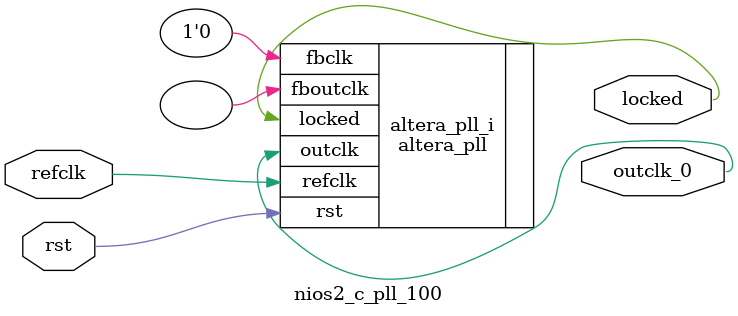
<source format=v>
`timescale 1ns/10ps
module  nios2_c_pll_100(

	// interface 'refclk'
	input wire refclk,

	// interface 'reset'
	input wire rst,

	// interface 'outclk0'
	output wire outclk_0,

	// interface 'locked'
	output wire locked
);

	altera_pll #(
		.fractional_vco_multiplier("false"),
		.reference_clock_frequency("50.0 MHz"),
		.operation_mode("normal"),
		.number_of_clocks(1),
		.output_clock_frequency0("100.000000 MHz"),
		.phase_shift0("0 ps"),
		.duty_cycle0(50),
		.output_clock_frequency1("0 MHz"),
		.phase_shift1("0 ps"),
		.duty_cycle1(50),
		.output_clock_frequency2("0 MHz"),
		.phase_shift2("0 ps"),
		.duty_cycle2(50),
		.output_clock_frequency3("0 MHz"),
		.phase_shift3("0 ps"),
		.duty_cycle3(50),
		.output_clock_frequency4("0 MHz"),
		.phase_shift4("0 ps"),
		.duty_cycle4(50),
		.output_clock_frequency5("0 MHz"),
		.phase_shift5("0 ps"),
		.duty_cycle5(50),
		.output_clock_frequency6("0 MHz"),
		.phase_shift6("0 ps"),
		.duty_cycle6(50),
		.output_clock_frequency7("0 MHz"),
		.phase_shift7("0 ps"),
		.duty_cycle7(50),
		.output_clock_frequency8("0 MHz"),
		.phase_shift8("0 ps"),
		.duty_cycle8(50),
		.output_clock_frequency9("0 MHz"),
		.phase_shift9("0 ps"),
		.duty_cycle9(50),
		.output_clock_frequency10("0 MHz"),
		.phase_shift10("0 ps"),
		.duty_cycle10(50),
		.output_clock_frequency11("0 MHz"),
		.phase_shift11("0 ps"),
		.duty_cycle11(50),
		.output_clock_frequency12("0 MHz"),
		.phase_shift12("0 ps"),
		.duty_cycle12(50),
		.output_clock_frequency13("0 MHz"),
		.phase_shift13("0 ps"),
		.duty_cycle13(50),
		.output_clock_frequency14("0 MHz"),
		.phase_shift14("0 ps"),
		.duty_cycle14(50),
		.output_clock_frequency15("0 MHz"),
		.phase_shift15("0 ps"),
		.duty_cycle15(50),
		.output_clock_frequency16("0 MHz"),
		.phase_shift16("0 ps"),
		.duty_cycle16(50),
		.output_clock_frequency17("0 MHz"),
		.phase_shift17("0 ps"),
		.duty_cycle17(50),
		.pll_type("General"),
		.pll_subtype("General")
	) altera_pll_i (
		.rst	(rst),
		.outclk	({outclk_0}),
		.locked	(locked),
		.fboutclk	( ),
		.fbclk	(1'b0),
		.refclk	(refclk)
	);
endmodule


</source>
